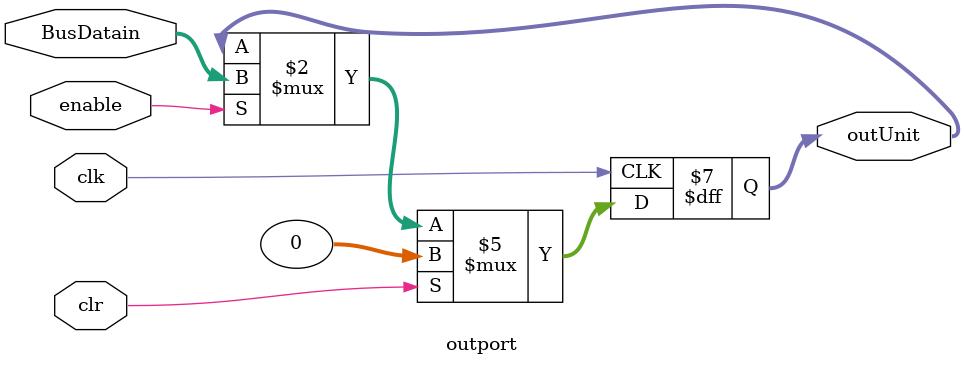
<source format=v>
module outport(
  input clk, clr, enable,
  input [31:0] BusDatain,
  output [31:0] outUnit
);
  
 always @ (posedge clk) begin
  if (clr) begin
	  outUnit <= 32'h00000000;
  end
  else if (enable) begin
	  outUnit <= BusDatain;
  end
end
endmodule

</source>
